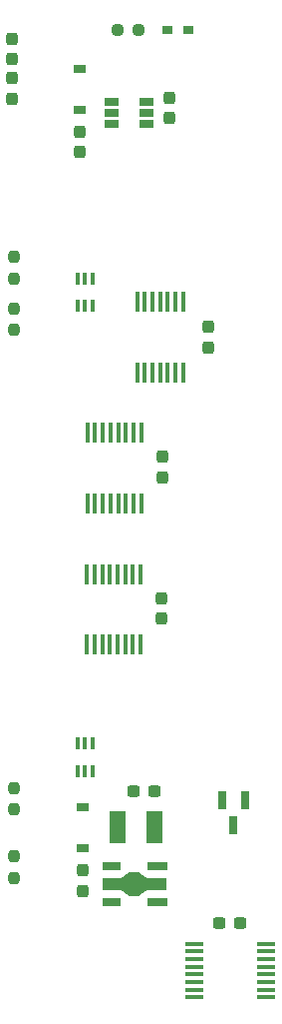
<source format=gbr>
%TF.GenerationSoftware,KiCad,Pcbnew,8.0.8+dfsg-1*%
%TF.CreationDate,2025-05-23T17:59:01+09:00*%
%TF.ProjectId,bionic-tms9900,62696f6e-6963-42d7-946d-73393930302e,1*%
%TF.SameCoordinates,Original*%
%TF.FileFunction,Paste,Top*%
%TF.FilePolarity,Positive*%
%FSLAX46Y46*%
G04 Gerber Fmt 4.6, Leading zero omitted, Abs format (unit mm)*
G04 Created by KiCad (PCBNEW 8.0.8+dfsg-1) date 2025-05-23 17:59:01*
%MOMM*%
%LPD*%
G01*
G04 APERTURE LIST*
G04 Aperture macros list*
%AMRoundRect*
0 Rectangle with rounded corners*
0 $1 Rounding radius*
0 $2 $3 $4 $5 $6 $7 $8 $9 X,Y pos of 4 corners*
0 Add a 4 corners polygon primitive as box body*
4,1,4,$2,$3,$4,$5,$6,$7,$8,$9,$2,$3,0*
0 Add four circle primitives for the rounded corners*
1,1,$1+$1,$2,$3*
1,1,$1+$1,$4,$5*
1,1,$1+$1,$6,$7*
1,1,$1+$1,$8,$9*
0 Add four rect primitives between the rounded corners*
20,1,$1+$1,$2,$3,$4,$5,0*
20,1,$1+$1,$4,$5,$6,$7,0*
20,1,$1+$1,$6,$7,$8,$9,0*
20,1,$1+$1,$8,$9,$2,$3,0*%
%AMFreePoly0*
4,1,13,0.500000,1.050000,1.000000,0.350000,1.000000,-0.450000,0.500000,-1.150000,0.500000,-2.750000,-0.500000,-2.750000,-0.500000,-1.150000,-1.000000,-0.450000,-1.000000,0.350000,-0.500000,1.050000,-0.500000,2.750000,0.500000,2.750000,0.500000,1.050000,0.500000,1.050000,$1*%
G04 Aperture macros list end*
%ADD10RoundRect,0.237500X0.237500X-0.300000X0.237500X0.300000X-0.237500X0.300000X-0.237500X-0.300000X0*%
%ADD11R,0.355600X1.778000*%
%ADD12R,1.041400X0.762000*%
%ADD13R,1.371600X2.743200*%
%ADD14RoundRect,0.237500X-0.237500X0.300000X-0.237500X-0.300000X0.237500X-0.300000X0.237500X0.300000X0*%
%ADD15R,1.200000X0.650001*%
%ADD16R,1.612900X0.355600*%
%ADD17RoundRect,0.237500X0.237500X-0.250000X0.237500X0.250000X-0.237500X0.250000X-0.237500X-0.250000X0*%
%ADD18R,1.600000X0.700000*%
%ADD19FreePoly0,270.000000*%
%ADD20R,1.700000X0.700000*%
%ADD21R,0.965200X0.762000*%
%ADD22RoundRect,0.237500X-0.237500X0.250000X-0.237500X-0.250000X0.237500X-0.250000X0.237500X0.250000X0*%
%ADD23RoundRect,0.237500X0.300000X0.237500X-0.300000X0.237500X-0.300000X-0.237500X0.300000X-0.237500X0*%
%ADD24R,0.355600X0.990600*%
%ADD25RoundRect,0.237500X0.250000X0.237500X-0.250000X0.237500X-0.250000X-0.237500X0.250000X-0.237500X0*%
%ADD26R,0.660400X1.625600*%
G04 APERTURE END LIST*
D10*
%TO.C,C12*%
X99644200Y-47394200D03*
X99644200Y-45669200D03*
%TD*%
D11*
%TO.C,U4*%
X97169399Y-86055200D03*
X96519401Y-86055200D03*
X95869399Y-86055200D03*
X95219401Y-86055200D03*
X94569402Y-86055200D03*
X93919401Y-86055200D03*
X93269402Y-86055200D03*
X92619401Y-86055200D03*
X92619401Y-91998800D03*
X93269399Y-91998800D03*
X93919401Y-91998800D03*
X94569399Y-91998800D03*
X95219398Y-91998800D03*
X95869399Y-91998800D03*
X96519398Y-91998800D03*
X97169399Y-91998800D03*
%TD*%
D12*
%TO.C,D3*%
X91998800Y-46672500D03*
X91998800Y-43192700D03*
%TD*%
%TO.C,D2*%
X92252800Y-109220000D03*
X92252800Y-105740200D03*
%TD*%
D10*
%TO.C,C13*%
X86283800Y-42366100D03*
X86283800Y-40641100D03*
%TD*%
D13*
%TO.C,L1*%
X98348800Y-107442000D03*
X95199200Y-107442000D03*
%TD*%
D14*
%TO.C,C11*%
X91998800Y-48540500D03*
X91998800Y-50265500D03*
%TD*%
D15*
%TO.C,U7*%
X94740199Y-45989199D03*
X94740199Y-46939200D03*
X94740199Y-47889198D03*
X97690198Y-47889198D03*
X97690198Y-46939200D03*
X97690198Y-45989199D03*
%TD*%
D16*
%TO.C,U5*%
X101746050Y-117359001D03*
X101746050Y-118008999D03*
X101746050Y-118659001D03*
X101746050Y-119308999D03*
X101746050Y-119958998D03*
X101746050Y-120608999D03*
X101746050Y-121258998D03*
X101746050Y-121908999D03*
X107854750Y-121908999D03*
X107854750Y-121259001D03*
X107854750Y-120608999D03*
X107854750Y-119959001D03*
X107854750Y-119309002D03*
X107854750Y-118659001D03*
X107854750Y-118009002D03*
X107854750Y-117359001D03*
%TD*%
D17*
%TO.C,R4*%
X86410800Y-65325000D03*
X86410800Y-63500000D03*
%TD*%
D11*
%TO.C,U6*%
X100799901Y-62979300D03*
X100149900Y-62979300D03*
X99499899Y-62979300D03*
X98849900Y-62979300D03*
X98199901Y-62979300D03*
X97549900Y-62979300D03*
X96899901Y-62979300D03*
X96899899Y-68922900D03*
X97549900Y-68922900D03*
X98199899Y-68922900D03*
X98849900Y-68922900D03*
X99499899Y-68922900D03*
X100149900Y-68922900D03*
X100799899Y-68922900D03*
%TD*%
D18*
%TO.C,U8*%
X94742000Y-110792000D03*
D19*
X96692000Y-112292000D03*
D18*
X94742000Y-113792000D03*
D20*
X98592000Y-113792000D03*
X98592000Y-110792000D03*
%TD*%
D14*
%TO.C,C9*%
X92252800Y-111150400D03*
X92252800Y-112875400D03*
%TD*%
D21*
%TO.C,D1*%
X99453700Y-39878000D03*
X101206300Y-39878000D03*
%TD*%
D22*
%TO.C,R3*%
X86410800Y-109935000D03*
X86410800Y-111760000D03*
%TD*%
D10*
%TO.C,C4*%
X98958400Y-89813300D03*
X98958400Y-88088300D03*
%TD*%
D11*
%TO.C,U3*%
X97220199Y-74066400D03*
X96570201Y-74066400D03*
X95920199Y-74066400D03*
X95270201Y-74066400D03*
X94620202Y-74066400D03*
X93970201Y-74066400D03*
X93320202Y-74066400D03*
X92670201Y-74066400D03*
X92670201Y-80010000D03*
X93320199Y-80010000D03*
X93970201Y-80010000D03*
X94620199Y-80010000D03*
X95270198Y-80010000D03*
X95920199Y-80010000D03*
X96570198Y-80010000D03*
X97220199Y-80010000D03*
%TD*%
D23*
%TO.C,C8*%
X98348800Y-104394000D03*
X96623800Y-104394000D03*
%TD*%
%TO.C,C5*%
X105618500Y-115570000D03*
X103893500Y-115570000D03*
%TD*%
D22*
%TO.C,R5*%
X86410800Y-59135000D03*
X86410800Y-60960000D03*
%TD*%
D10*
%TO.C,C3*%
X99009200Y-77824500D03*
X99009200Y-76099500D03*
%TD*%
D24*
%TO.C,Q2*%
X91806001Y-63296800D03*
X92456000Y-63296800D03*
X93105999Y-63296800D03*
X93105999Y-60960000D03*
X92456000Y-60960000D03*
X91806001Y-60960000D03*
%TD*%
D10*
%TO.C,C1*%
X86283800Y-45718900D03*
X86283800Y-43993900D03*
%TD*%
D17*
%TO.C,R2*%
X86410800Y-105966900D03*
X86410800Y-104141900D03*
%TD*%
D24*
%TO.C,Q1*%
X91816401Y-102717600D03*
X92466400Y-102717600D03*
X93116399Y-102717600D03*
X93116399Y-100380800D03*
X92466400Y-100380800D03*
X91816401Y-100380800D03*
%TD*%
D25*
%TO.C,R1*%
X97028000Y-39878000D03*
X95203000Y-39878000D03*
%TD*%
D26*
%TO.C,U2*%
X106040001Y-105206800D03*
X104139999Y-105206800D03*
X105090000Y-107338800D03*
%TD*%
D10*
%TO.C,C6*%
X102913900Y-66813600D03*
X102913900Y-65088600D03*
%TD*%
M02*

</source>
